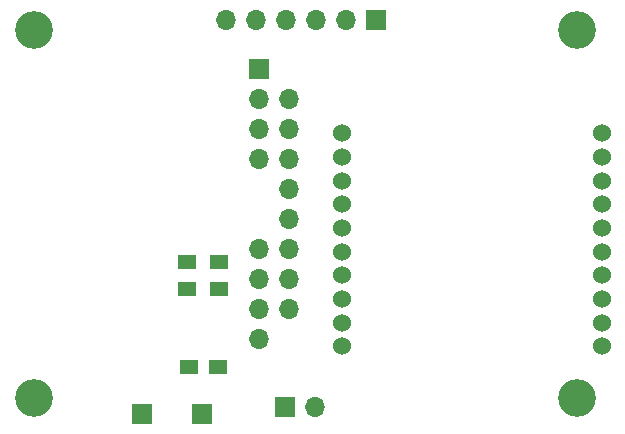
<source format=gbs>
G04 #@! TF.FileFunction,Soldermask,Bot*
%FSLAX46Y46*%
G04 Gerber Fmt 4.6, Leading zero omitted, Abs format (unit mm)*
G04 Created by KiCad (PCBNEW 4.0.7-e2-6376~58~ubuntu14.04.1) date Sun Jul  1 13:34:02 2018*
%MOMM*%
%LPD*%
G01*
G04 APERTURE LIST*
%ADD10C,0.076200*%
%ADD11C,3.200000*%
%ADD12C,1.524000*%
%ADD13R,1.700000X1.700000*%
%ADD14O,1.700000X1.700000*%
%ADD15R,1.500000X1.250000*%
%ADD16R,1.500000X1.300000*%
G04 APERTURE END LIST*
D10*
D11*
X157250000Y-98750000D03*
D12*
X137337800Y-76327000D03*
X137337800Y-78333600D03*
X137337800Y-80340200D03*
X137337800Y-82346800D03*
X137337800Y-84353400D03*
X137337800Y-86360000D03*
X137337800Y-88366600D03*
X137337800Y-90373200D03*
X137337800Y-92379800D03*
X137337800Y-94386400D03*
X159334200Y-94386400D03*
X159334200Y-92379800D03*
X159334200Y-90373200D03*
X159334200Y-88366600D03*
X159334200Y-86360000D03*
X159334200Y-84353400D03*
X159334200Y-82346800D03*
X159334200Y-80340200D03*
X159334200Y-78333600D03*
X159334200Y-76327000D03*
D13*
X132500000Y-99500000D03*
D14*
X135040000Y-99500000D03*
D11*
X157250000Y-67589400D03*
X111252000Y-67589400D03*
X111252000Y-98750000D03*
D13*
X120396000Y-100076000D03*
X125476000Y-100076000D03*
X140250000Y-66750000D03*
D14*
X137710000Y-66750000D03*
X135170000Y-66750000D03*
X132630000Y-66750000D03*
X130090000Y-66750000D03*
X127550000Y-66750000D03*
D15*
X124353000Y-96139000D03*
X126853000Y-96139000D03*
D16*
X124253000Y-87249000D03*
X126953000Y-87249000D03*
X124253000Y-89535000D03*
X126953000Y-89535000D03*
D13*
X130302000Y-70866000D03*
D14*
X130302000Y-73406000D03*
X132842000Y-73406000D03*
X130302000Y-75946000D03*
X132842000Y-75946000D03*
X130302000Y-78486000D03*
X132842000Y-78486000D03*
X132842000Y-81026000D03*
X132842000Y-83566000D03*
X130302000Y-86106000D03*
X132842000Y-86106000D03*
X130302000Y-88646000D03*
X132842000Y-88646000D03*
X130302000Y-91186000D03*
X132842000Y-91186000D03*
X130302000Y-93726000D03*
M02*

</source>
